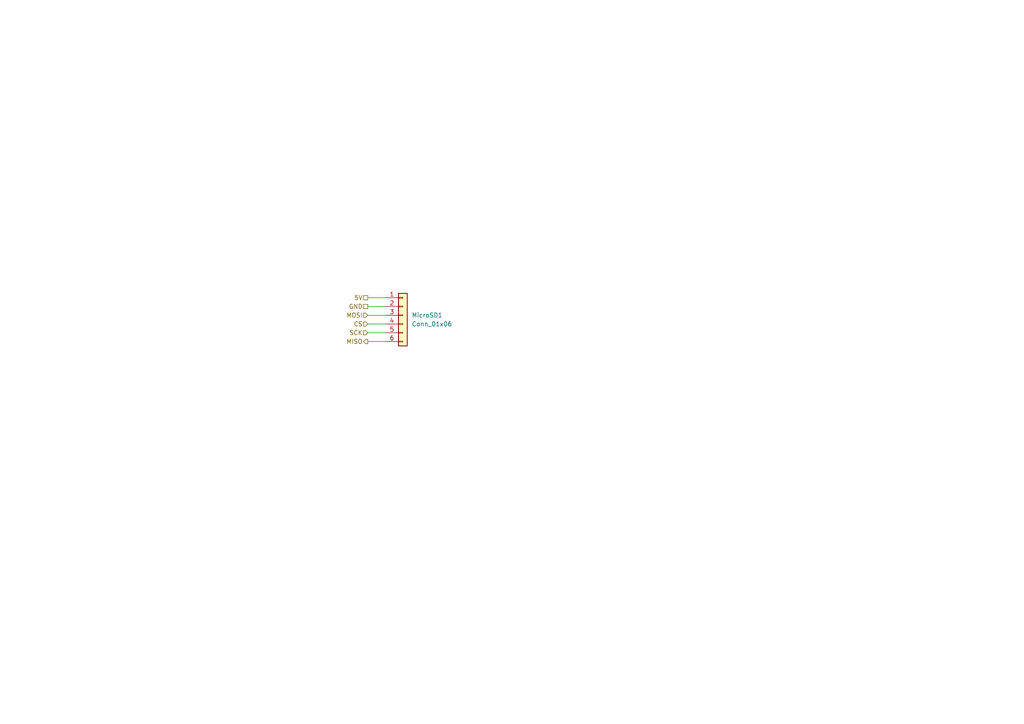
<source format=kicad_sch>
(kicad_sch (version 20211123) (generator eeschema)
  (paper "A4")
  (lib_symbols
    (symbol "Connector_Generic:Conn_01x06" (pin_names (offset 1.016) hide)
      (property "Reference" "J" (at 0 7.62 0))
      (property "Value" "Conn_01x06" (at 0 -10.16 0))
      (symbol "Conn_01x06_1_1"
        (rectangle (start -1.27 -7.493) (end 0 -7.747) (stroke (width 0.1524)))
        (rectangle (start -1.27 -4.953) (end 0 -5.207) (stroke (width 0.1524)))
        (rectangle (start -1.27 -2.413) (end 0 -2.667) (stroke (width 0.1524)))
        (rectangle (start -1.27 0.127) (end 0 -0.127) (stroke (width 0.1524)))
        (rectangle (start -1.27 2.667) (end 0 2.413) (stroke (width 0.1524)))
        (rectangle (start -1.27 5.207) (end 0 4.953) (stroke (width 0.1524)))
        (rectangle (start -1.27 6.35) (end 1.27 -8.89) (stroke (width 0.254)) (fill (type background)))
        (pin passive line (at -5.08 5.08 0) (length 3.81) (name "Pin_1") (number "1"))
        (pin passive line (at -5.08 2.54 0) (length 3.81) (name "Pin_2") (number "2"))
        (pin passive line (at -5.08 0 0) (length 3.81) (name "Pin_3") (number "3"))
        (pin passive line (at -5.08 -2.54 0) (length 3.81) (name "Pin_4") (number "4"))
        (pin passive line (at -5.08 -5.08 0) (length 3.81) (name "Pin_5") (number "5"))
        (pin passive line (at -5.08 -7.62 0) (length 3.81) (name "Pin_6") (number "6"))
      )
    )
  )
  (wire (pts (xy 106.68 93.98) (xy 111.76 93.98)))
  (wire (pts (xy 106.68 96.52) (xy 111.76 96.52)))
  (wire (pts (xy 106.68 86.36) (xy 111.76 86.36)))
  (wire (pts (xy 106.68 99.06) (xy 111.76 99.06)))
  (wire (pts (xy 106.68 91.44) (xy 111.76 91.44)))
  (wire (pts (xy 106.68 88.9) (xy 111.76 88.9)))
  (hierarchical_label "CS" (shape input) (at 106.68 93.98 180))
  (hierarchical_label "GND" (shape passive) (at 106.68 88.9 180))
  (hierarchical_label "MOSI" (shape input) (at 106.68 91.44 180))
  (hierarchical_label "MISO" (shape output) (at 106.68 99.06 180))
  (hierarchical_label "SCK" (shape input) (at 106.68 96.52 180))
  (hierarchical_label "5V" (shape passive) (at 106.68 86.36 180))
  (symbol (lib_id "Connector_Generic:Conn_01x06") (at 116.84 91.44 0) (unit 1)
    (property "Reference" "MicroSD1" (at 119.38 91.4399 0) (effects (justify left)))
    (property "Value" "Conn_01x06" (at 119.38 93.9799 0) (effects (justify left)))
    (property "Footprint" "Connector_PinHeader_2.54mm:PinHeader_1x06_P2.54mm_Vertical" (effects hide))
  )
)
</source>
